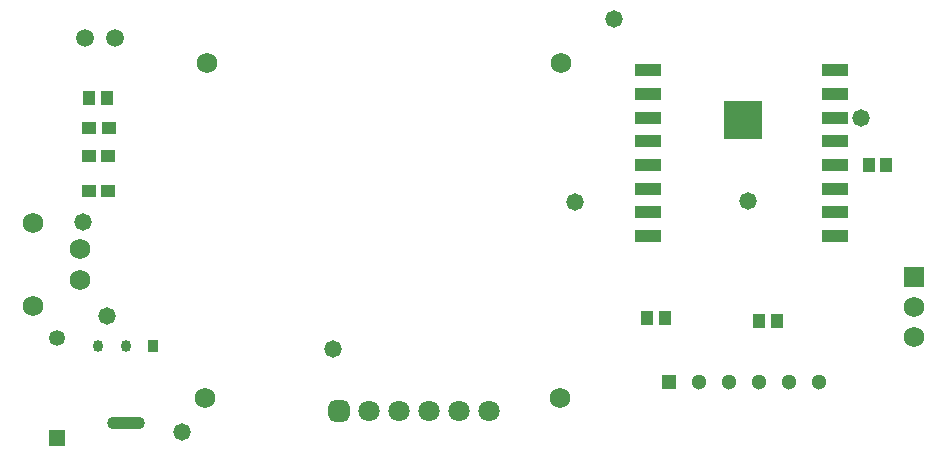
<source format=gts>
%FSTAX23Y23*%
%MOIN*%
%SFA1B1*%

%IPPOS*%
%AMD18*
4,1,8,0.017200,-0.002600,0.017200,0.002600,0.000000,0.019800,0.000000,0.019800,-0.017200,0.002600,-0.017200,-0.002600,0.000000,-0.019800,0.000000,-0.019800,0.017200,-0.002600,0.0*
1,1,0.034339,0.000000,-0.002600*
1,1,0.034339,0.000000,0.002600*
1,1,0.034339,0.000000,0.002600*
1,1,0.034339,0.000000,-0.002600*
%
%AMD19*
4,1,8,0.062600,-0.002600,0.062600,0.002600,0.045400,0.019800,-0.045400,0.019800,-0.062600,0.002600,-0.062600,-0.002600,-0.045400,-0.019800,0.045400,-0.019800,0.062600,-0.002600,0.0*
1,1,0.034402,0.045400,-0.002600*
1,1,0.034402,0.045400,0.002600*
1,1,0.034402,-0.045400,0.002600*
1,1,0.034402,-0.045400,-0.002600*
%
%AMD30*
4,1,8,0.015700,0.035500,-0.015700,0.035500,-0.035500,0.015700,-0.035500,-0.015700,-0.015700,-0.035500,0.015700,-0.035500,0.035500,-0.015700,0.035500,0.015700,0.015700,0.035500,0.0*
1,1,0.039496,0.015700,0.015700*
1,1,0.039496,-0.015700,0.015700*
1,1,0.039496,-0.015700,-0.015700*
1,1,0.039496,0.015700,-0.015700*
%
%ADD13R,0.086614X0.043307*%
%ADD14R,0.125984X0.125984*%
%ADD15R,0.047500X0.042055*%
%ADD17R,0.034335X0.039539*%
G04~CAMADD=18~8~0.0~0.0~395.4~343.3~171.7~0.0~15~0.0~0.0~0.0~0.0~0~0.0~0.0~0.0~0.0~0~0.0~0.0~0.0~270.0~344.0~395.0*
%ADD18D18*%
G04~CAMADD=19~8~0.0~0.0~395.4~1252.8~172.0~0.0~15~0.0~0.0~0.0~0.0~0~0.0~0.0~0.0~0.0~0~0.0~0.0~0.0~270.0~1254.0~395.0*
%ADD19D19*%
%ADD20R,0.039496X0.047370*%
%ADD21C,0.068000*%
%ADD22C,0.059181*%
%ADD23R,0.051181X0.051181*%
%ADD24C,0.051181*%
%ADD25R,0.053150X0.053150*%
%ADD26C,0.053150*%
%ADD27R,0.069023X0.069023*%
%ADD28C,0.069023*%
%ADD29C,0.070992*%
G04~CAMADD=30~8~0.0~0.0~709.9~709.9~197.5~0.0~15~0.0~0.0~0.0~0.0~0~0.0~0.0~0.0~0.0~0~0.0~0.0~0.0~0.0~709.9~709.9*
%ADD30D30*%
%ADD31C,0.058000*%
%LNpcb1-1*%
%LPD*%
G54D13*
X02142Y01272D03*
Y01193D03*
Y01114D03*
Y01035D03*
Y00957D03*
Y00878D03*
Y00799D03*
Y0072D03*
X02765D03*
Y00799D03*
Y00878D03*
Y00957D03*
Y01035D03*
Y01114D03*
Y01193D03*
Y01272D03*
G54D14*
X02461Y01108D03*
G54D15*
X00278Y00987D03*
X00344D03*
X00344Y0087D03*
X00279D03*
X00345Y01079D03*
X0028D03*
G54D17*
X00492Y00354D03*
G54D18*
X00402Y00354D03*
X00311D03*
G54D19*
X00402Y00095D03*
G54D20*
X00281Y0118D03*
X0034D03*
X02201Y00446D03*
X02141D03*
X02937Y00955D03*
X02878D03*
X02513Y00436D03*
X02572D03*
G54D21*
X00092Y00485D03*
X00251Y00573D03*
Y00676D03*
X00092Y00764D03*
X01848Y00179D03*
X00667Y0018D03*
X01852Y01295D03*
X00672Y01295D03*
G54D22*
X00365Y01379D03*
X00265D03*
G54D23*
X02214Y00232D03*
G54D24*
X02314Y00232D03*
X02414D03*
X02514D03*
X02614D03*
X02714D03*
G54D25*
X00173Y00046D03*
G54D26*
X00173Y00381D03*
G54D27*
X03029Y00583D03*
G54D28*
X03029Y00483D03*
Y00383D03*
G54D29*
X01414Y00138D03*
X01214D03*
X01314D03*
X01514D03*
X01614D03*
G54D30*
X01114Y00138D03*
G54D31*
X01092Y00344D03*
X00258Y00765D03*
X00339Y00453D03*
X0059Y00068D03*
X02477Y00837D03*
X01898Y00833D03*
X02029Y01443D03*
X02852Y01114D03*
M02*
</source>
